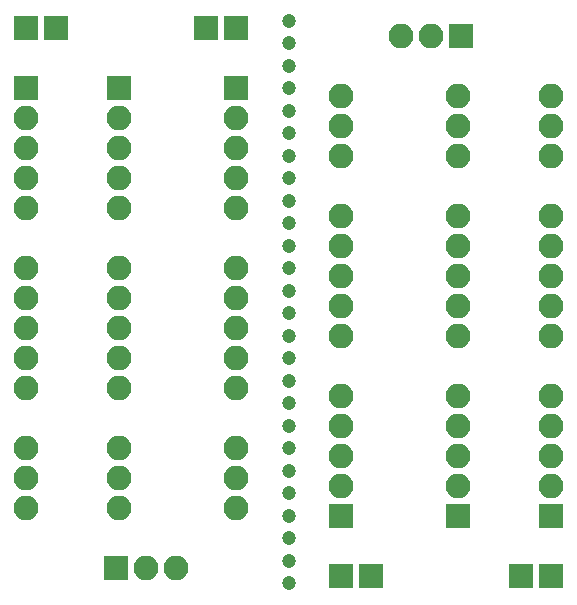
<source format=gts>
G04 #@! TF.FileFunction,Soldermask,Top*
%FSLAX46Y46*%
G04 Gerber Fmt 4.6, Leading zero omitted, Abs format (unit mm)*
G04 Created by KiCad (PCBNEW 4.0.5) date 03/25/17 21:33:15*
%MOMM*%
%LPD*%
G01*
G04 APERTURE LIST*
%ADD10C,0.100000*%
%ADD11C,1.200000*%
%ADD12R,2.100000X2.100000*%
%ADD13O,2.100000X2.100000*%
G04 APERTURE END LIST*
D10*
D11*
X100965000Y-133350000D03*
X100965000Y-131445000D03*
X100965000Y-135255000D03*
X100965000Y-137160000D03*
X100965000Y-144780000D03*
X100965000Y-142875000D03*
X100965000Y-139065000D03*
X100965000Y-140970000D03*
X100965000Y-146685000D03*
X100965000Y-148590000D03*
X100965000Y-118110000D03*
X100965000Y-116205000D03*
X100965000Y-120015000D03*
X100965000Y-121920000D03*
X100965000Y-129540000D03*
X100965000Y-127635000D03*
X100965000Y-123825000D03*
X100965000Y-125730000D03*
X100965000Y-110490000D03*
X100965000Y-108585000D03*
X100965000Y-112395000D03*
X100965000Y-114300000D03*
X100965000Y-106680000D03*
X100965000Y-104775000D03*
X100965000Y-100965000D03*
D12*
X105410000Y-142875000D03*
D13*
X105410000Y-140335000D03*
X105410000Y-137795000D03*
X105410000Y-135255000D03*
X105410000Y-132715000D03*
X105410000Y-127635000D03*
X105410000Y-125095000D03*
X105410000Y-122555000D03*
X105410000Y-120015000D03*
X105410000Y-117475000D03*
X105410000Y-112395000D03*
X105410000Y-109855000D03*
X105410000Y-107315000D03*
D12*
X115316000Y-142875000D03*
D13*
X115316000Y-140335000D03*
X115316000Y-137795000D03*
X115316000Y-135255000D03*
X115316000Y-132715000D03*
X115316000Y-127635000D03*
X115316000Y-125095000D03*
X115316000Y-122555000D03*
X115316000Y-120015000D03*
X115316000Y-117475000D03*
X115316000Y-112395000D03*
X115316000Y-109855000D03*
X115316000Y-107315000D03*
D12*
X115570000Y-102235000D03*
D13*
X113030000Y-102235000D03*
X110490000Y-102235000D03*
D12*
X107950000Y-147955000D03*
X105410000Y-147955000D03*
X123190000Y-147955000D03*
X120650000Y-147955000D03*
X123190000Y-142875000D03*
D13*
X123190000Y-140335000D03*
X123190000Y-137795000D03*
X123190000Y-135255000D03*
X123190000Y-132715000D03*
X123190000Y-127635000D03*
X123190000Y-125095000D03*
X123190000Y-122555000D03*
X123190000Y-120015000D03*
X123190000Y-117475000D03*
X123190000Y-112395000D03*
X123190000Y-109855000D03*
X123190000Y-107315000D03*
D12*
X78740000Y-106680000D03*
D13*
X78740000Y-109220000D03*
X78740000Y-111760000D03*
X78740000Y-114300000D03*
X78740000Y-116840000D03*
X78740000Y-121920000D03*
X78740000Y-124460000D03*
X78740000Y-127000000D03*
X78740000Y-129540000D03*
X78740000Y-132080000D03*
X78740000Y-137160000D03*
X78740000Y-139700000D03*
X78740000Y-142240000D03*
D12*
X81280000Y-101600000D03*
X78740000Y-101600000D03*
X96520000Y-101600000D03*
X93980000Y-101600000D03*
X86360000Y-147320000D03*
D13*
X88900000Y-147320000D03*
X91440000Y-147320000D03*
D12*
X86614000Y-106680000D03*
D13*
X86614000Y-109220000D03*
X86614000Y-111760000D03*
X86614000Y-114300000D03*
X86614000Y-116840000D03*
X86614000Y-121920000D03*
X86614000Y-124460000D03*
X86614000Y-127000000D03*
X86614000Y-129540000D03*
X86614000Y-132080000D03*
X86614000Y-137160000D03*
X86614000Y-139700000D03*
X86614000Y-142240000D03*
D12*
X96520000Y-106680000D03*
D13*
X96520000Y-109220000D03*
X96520000Y-111760000D03*
X96520000Y-114300000D03*
X96520000Y-116840000D03*
X96520000Y-121920000D03*
X96520000Y-124460000D03*
X96520000Y-127000000D03*
X96520000Y-129540000D03*
X96520000Y-132080000D03*
X96520000Y-137160000D03*
X96520000Y-139700000D03*
X96520000Y-142240000D03*
D11*
X100965000Y-102870000D03*
M02*

</source>
